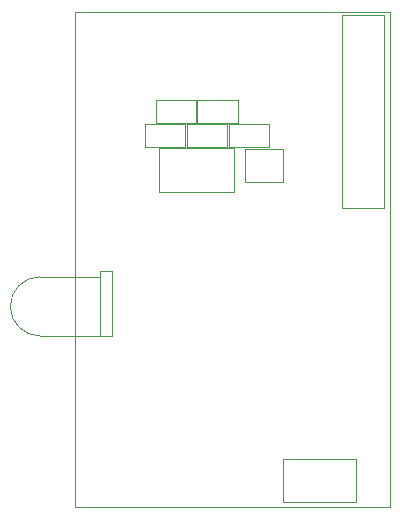
<source format=gbr>
%TF.GenerationSoftware,KiCad,Pcbnew,(5.1.7)-1*%
%TF.CreationDate,2021-09-18T16:18:18+01:00*%
%TF.ProjectId,RcCtlHw,52634374-6c48-4772-9e6b-696361645f70,rev?*%
%TF.SameCoordinates,Original*%
%TF.FileFunction,Other,User*%
%FSLAX46Y46*%
G04 Gerber Fmt 4.6, Leading zero omitted, Abs format (unit mm)*
G04 Created by KiCad (PCBNEW (5.1.7)-1) date 2021-09-18 16:18:18*
%MOMM*%
%LPD*%
G01*
G04 APERTURE LIST*
%TA.AperFunction,Profile*%
%ADD10C,0.050000*%
%TD*%
%ADD11C,0.050000*%
%ADD12C,0.120000*%
G04 APERTURE END LIST*
D10*
X114300000Y-84455000D02*
X140970000Y-84455000D01*
X140970000Y-84455000D02*
X140970000Y-84836000D01*
X114300000Y-84709000D02*
X114300000Y-84455000D01*
X140970000Y-126365000D02*
X140970000Y-119380000D01*
X114300000Y-126365000D02*
X140970000Y-126365000D01*
X114300000Y-119380000D02*
X114300000Y-126365000D01*
X114300000Y-119380000D02*
X114300000Y-84709000D01*
X140970000Y-84836000D02*
X140970000Y-119380000D01*
D11*
%TO.C,J2*%
X140484000Y-84687000D02*
X140484000Y-100987000D01*
X140484000Y-100987000D02*
X136884000Y-100987000D01*
X136884000Y-100987000D02*
X136884000Y-84687000D01*
X136884000Y-84687000D02*
X140484000Y-84687000D01*
D12*
%TO.C,D1*%
X117414000Y-111852000D02*
X116414000Y-111852000D01*
X116414000Y-111852000D02*
X116414000Y-106352000D01*
X116414000Y-106352000D02*
X117414000Y-106352000D01*
X117414000Y-106352000D02*
X117414000Y-111802000D01*
X116414000Y-111852000D02*
X111314000Y-111852000D01*
X116414000Y-106852000D02*
X111364000Y-106852000D01*
X111314002Y-106851502D02*
G75*
G03*
X111364000Y-111852000I-1J-2500499D01*
G01*
D11*
%TO.C,U3*%
X121437000Y-99640000D02*
X121437000Y-95940000D01*
X127737000Y-99640000D02*
X127737000Y-95940000D01*
X121437000Y-99640000D02*
X127737000Y-99640000D01*
X121437000Y-95940000D02*
X127737000Y-95940000D01*
%TO.C,C6*%
X124665000Y-93817000D02*
X128065000Y-93817000D01*
X124665000Y-91857000D02*
X124665000Y-93817000D01*
X128065000Y-91857000D02*
X124665000Y-91857000D01*
X128065000Y-93817000D02*
X128065000Y-91857000D01*
%TO.C,R10*%
X127156000Y-95819000D02*
X127156000Y-93919000D01*
X127156000Y-93919000D02*
X123796000Y-93919000D01*
X123796000Y-93919000D02*
X123796000Y-95819000D01*
X123796000Y-95819000D02*
X127156000Y-95819000D01*
%TO.C,V2*%
X131902000Y-96009000D02*
X131902000Y-98809000D01*
X128702000Y-98809000D02*
X128702000Y-96009000D01*
X128702000Y-98809000D02*
X131902000Y-98809000D01*
X128702000Y-96009000D02*
X131902000Y-96009000D01*
%TO.C,BT1*%
X131931000Y-122279000D02*
X138081000Y-122279000D01*
X138081000Y-122279000D02*
X138081000Y-125879000D01*
X138081000Y-125879000D02*
X131931000Y-125879000D01*
X131931000Y-125879000D02*
X131931000Y-122279000D01*
%TO.C,R9*%
X123600000Y-93919000D02*
X120240000Y-93919000D01*
X123600000Y-95819000D02*
X123600000Y-93919000D01*
X120240000Y-95819000D02*
X123600000Y-95819000D01*
X120240000Y-93919000D02*
X120240000Y-95819000D01*
%TO.C,R11*%
X130712000Y-93919000D02*
X127352000Y-93919000D01*
X130712000Y-95819000D02*
X130712000Y-93919000D01*
X127352000Y-95819000D02*
X130712000Y-95819000D01*
X127352000Y-93919000D02*
X127352000Y-95819000D01*
%TO.C,C9*%
X121159800Y-91857000D02*
X121159800Y-93817000D01*
X121159800Y-93817000D02*
X124559800Y-93817000D01*
X124559800Y-93817000D02*
X124559800Y-91857000D01*
X124559800Y-91857000D02*
X121159800Y-91857000D01*
%TD*%
M02*

</source>
